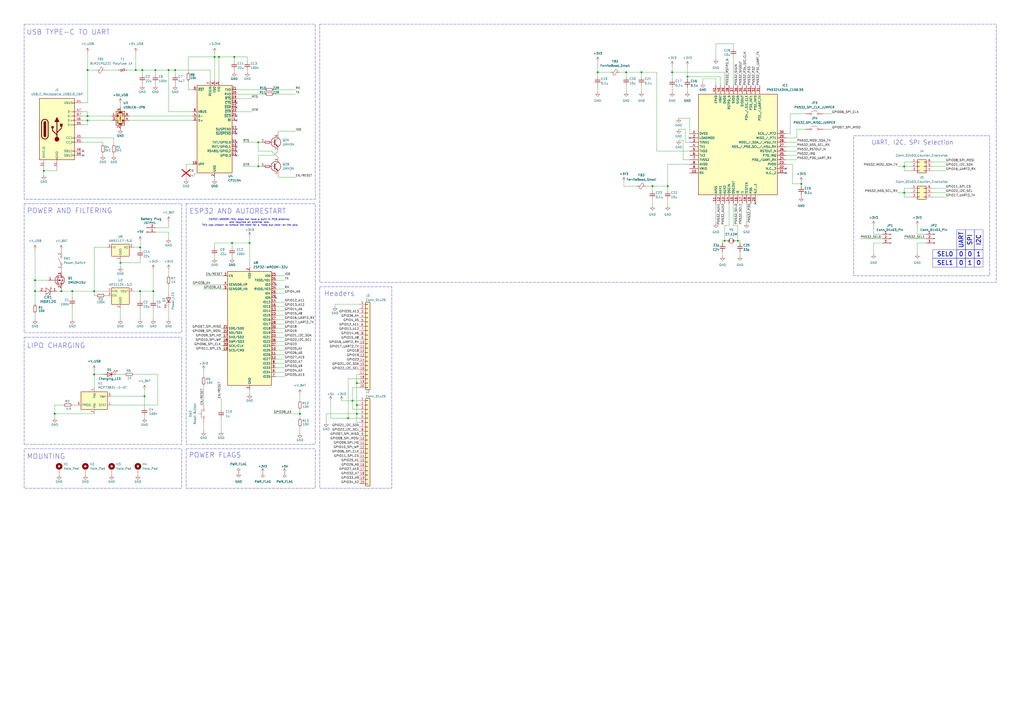
<source format=kicad_sch>
(kicad_sch (version 20231120) (generator "eeschema") (generator_version "8.0")
  (paper "A2")
  (title_block (title "ESP32 Board") (rev "1.0") (comment 1 "https://www.youtube.com/watch?v=b-7bMl6fJio") (comment 2 "https://cdn-learn.adafruit.com/assets/assets/000/041/630/original/feather_schem.png?1494449413") (comment 3 "https://dl.espressif.com/dl/schematics/ESP32-Core-Board-V2_sch.pdf"))
  (junction (at 173.99 240.03))
  (junction (at 207.01 234.95))
  (junction (at 524.51 111.76))
  (junction (at 201.93 242.57))
  (junction (at 207.01 240.03))
  (junction (at 207.01 222.25))
  (junction (at 524.51 96.52))
  (junction (at 378.46 107.95))
  (junction (at 464.82 106.68))
  (junction (at 41.91 168.91))
  (junction (at 97.79 40.64))
  (junction (at 134.62 140.97))
  (junction (at 387.35 107.95))
  (junction (at 54.61 217.17))
  (junction (at 31.75 240.03))
  (junction (at 69.85 152.4))
  (junction (at 363.22 41.91))
  (junction (at 54.61 168.91))
  (junction (at 101.6 40.64))
  (junction (at 25.4 99.06))
  (junction (at 372.11 41.91))
  (junction (at 81.28 168.91))
  (junction (at 50.8 69.85))
  (junction (at 20.32 162.56))
  (junction (at 149.86 96.52))
  (junction (at 50.8 67.31))
  (junction (at 127 33.02))
  (junction (at 144.78 140.97))
  (junction (at 20.32 168.91))
  (junction (at 82.55 40.64))
  (junction (at 81.28 143.51))
  (junction (at 398.78 44.45))
  (junction (at 88.9 168.91))
  (junction (at 420.37 139.7))
  (junction (at 135.89 33.02))
  (junction (at 427.99 139.7))
  (junction (at 149.86 82.55))
  (junction (at 204.47 232.41))
  (junction (at 124.46 33.02))
  (junction (at 50.8 40.64))
  (junction (at 83.82 229.87))
  (junction (at 389.89 41.91))
  (junction (at 78.74 40.64))
  (junction (at 346.71 41.91))
  (junction (at 35.56 168.91))
  (junction (at 90.17 40.64))
  (no_connect (at 137.16 62.23))
  (no_connect (at 137.16 87.63))
  (no_connect (at 137.16 77.47))
  (no_connect (at 455.93 97.79))
  (no_connect (at 160.02 172.72))
  (no_connect (at 48.26 90.17))
  (no_connect (at 48.26 87.63))
  (no_connect (at 137.16 85.09))
  (no_connect (at 137.16 59.69))
  (no_connect (at 137.16 69.85))
  (no_connect (at 137.16 67.31))
  (no_connect (at 455.93 100.33))
  (no_connect (at 137.16 74.93))
  (no_connect (at 400.05 80.01))
  (no_connect (at 137.16 90.17))
  (no_connect (at 137.16 82.55))
  (no_connect (at 438.15 118.11))
  (no_connect (at 160.02 165.1))
  (wire (pts (xy 81.28 139.7) (xy 81.28 143.51)))
  (wire (pts (xy 462.28 74.93) (xy 467.36 74.93)))
  (wire (pts (xy 101.6 48.26) (xy 101.6 49.53)))
  (wire (pts (xy 143.51 40.64) (xy 143.51 41.91)))
  (wire (pts (xy 33.02 168.91) (xy 35.56 168.91)))
  (wire (pts (xy 48.26 80.01) (xy 66.04 80.01)))
  (wire (pts (xy 387.35 107.95) (xy 387.35 110.49)))
  (wire (pts (xy 387.35 115.57) (xy 387.35 119.38)))
  (wire (pts (xy 41.91 168.91) (xy 41.91 172.72)))
  (wire (pts (xy 400.05 82.55) (xy 397.51 82.55)))
  (wire (pts (xy 429.26 146.05) (xy 429.26 148.59)))
  (wire (pts (xy 173.99 237.49) (xy 173.99 240.03)))
  (wire (pts (xy 201.93 242.57) (xy 208.28 242.57)))
  (wire (pts (xy 128.27 231.14) (xy 128.27 237.49)))
  (wire (pts (xy 397.51 82.55) (xy 397.51 74.93)))
  (wire (pts (xy 149.86 90.17) (xy 149.86 96.52)))
  (wire (pts (xy 458.47 66.04) (xy 467.36 66.04)))
  (wire (pts (xy 420.37 49.53) (xy 420.37 41.91)))
  (wire (pts (xy 204.47 224.79) (xy 204.47 232.41)))
  (wire (pts (xy 31.75 234.95) (xy 31.75 240.03)))
  (wire (pts (xy 88.9 168.91) (xy 88.9 173.99)))
  (wire (pts (xy 109.22 52.07) (xy 109.22 46.99)))
  (wire (pts (xy 417.83 44.45) (xy 398.78 44.45)))
  (wire (pts (xy 381 41.91) (xy 372.11 41.91)))
  (wire (pts (xy 66.04 80.01) (xy 66.04 83.82)))
  (wire (pts (xy 511.81 135.89) (xy 506.73 135.89)))
  (wire (pts (xy 124.46 140.97) (xy 124.46 143.51)))
  (wire (pts (xy 393.7 68.58) (xy 400.05 68.58)))
  (wire (pts (xy 459.74 95.25) (xy 459.74 106.68)))
  (wire (pts (xy 20.32 162.56) (xy 20.32 168.91)))
  (wire (pts (xy 54.61 168.91) (xy 62.23 168.91)))
  (wire (pts (xy 191.77 242.57) (xy 201.93 242.57)))
  (wire (pts (xy 415.29 118.11) (xy 415.29 129.54)))
  (wire (pts (xy 90.17 132.08) (xy 97.79 132.08)))
  (wire (pts (xy 20.32 144.78) (xy 20.32 162.56)))
  (wire (pts (xy 422.91 118.11) (xy 422.91 130.81)))
  (wire (pts (xy 54.61 171.45) (xy 54.61 168.91)))
  (wire (pts (xy 464.82 113.03) (xy 464.82 114.3)))
  (wire (pts (xy 160.02 170.18) (xy 165.1 170.18)))
  (wire (pts (xy 54.61 143.51) (xy 62.23 143.51)))
  (wire (pts (xy 48.26 82.55) (xy 59.69 82.55)))
  (wire (pts (xy 161.29 91.44) (xy 157.48 87.63)))
  (wire (pts (xy 118.11 218.44) (xy 118.11 214.63)))
  (wire (pts (xy 25.4 99.06) (xy 25.4 101.6)))
  (wire (pts (xy 361.95 107.95) (xy 361.95 105.41)))
  (wire (pts (xy 207.01 217.17) (xy 207.01 222.25)))
  (wire (pts (xy 160.02 213.36) (xy 165.1 213.36)))
  (wire (pts (xy 77.47 143.51) (xy 81.28 143.51)))
  (wire (pts (xy 67.31 217.17) (xy 72.39 217.17)))
  (wire (pts (xy 346.71 49.53) (xy 346.71 53.34)))
  (wire (pts (xy 41.91 177.8) (xy 41.91 185.42)))
  (wire (pts (xy 477.52 74.93) (xy 482.6 74.93)))
  (wire (pts (xy 90.17 40.64) (xy 90.17 43.18)))
  (wire (pts (xy 173.99 240.03) (xy 173.99 242.57)))
  (wire (pts (xy 160.02 162.56) (xy 165.1 162.56)))
  (wire (pts (xy 359.41 41.91) (xy 363.22 41.91)))
  (wire (pts (xy 160.02 167.64) (xy 165.1 167.64)))
  (wire (pts (xy 458.47 77.47) (xy 455.93 77.47)))
  (wire (pts (xy 198.12 232.41) (xy 204.47 232.41)))
  (wire (pts (xy 88.9 179.07) (xy 88.9 185.42)))
  (wire (pts (xy 532.13 140.97) (xy 532.13 147.32)))
  (wire (pts (xy 389.89 38.1) (xy 389.89 41.91)))
  (wire (pts (xy 520.7 96.52) (xy 524.51 96.52)))
  (wire (pts (xy 137.16 64.77) (xy 146.05 64.77)))
  (wire (pts (xy 118.11 167.64) (xy 129.54 167.64)))
  (wire (pts (xy 149.86 82.55) (xy 149.86 87.63)))
  (wire (pts (xy 49.53 274.32) (xy 49.53 275.59)))
  (wire (pts (xy 119.38 160.02) (xy 129.54 160.02)))
  (wire (pts (xy 378.46 115.57) (xy 378.46 119.38)))
  (wire (pts (xy 524.51 99.06) (xy 524.51 96.52)))
  (wire (pts (xy 20.32 162.56) (xy 27.94 162.56)))
  (wire (pts (xy 528.32 99.06) (xy 524.51 99.06)))
  (wire (pts (xy 393.7 81.28) (xy 396.24 81.28)))
  (wire (pts (xy 160.02 187.96) (xy 165.1 187.96)))
  (wire (pts (xy 160.02 208.28) (xy 165.1 208.28)))
  (wire (pts (xy 90.17 48.26) (xy 90.17 49.53)))
  (wire (pts (xy 425.45 25.4) (xy 425.45 27.94)))
  (wire (pts (xy 462.28 74.93) (xy 462.28 80.01)))
  (wire (pts (xy 111.76 165.1) (xy 129.54 165.1)))
  (wire (pts (xy 506.73 140.97) (xy 506.73 147.32)))
  (wire (pts (xy 158.75 54.61) (xy 171.45 54.61)))
  (wire (pts (xy 189.23 240.03) (xy 207.01 240.03)))
  (wire (pts (xy 149.86 90.17) (xy 158.75 90.17)))
  (wire (pts (xy 548.64 93.98) (xy 541.02 93.98)))
  (wire (pts (xy 60.96 40.64) (xy 68.58 40.64)))
  (wire (pts (xy 83.82 229.87) (xy 83.82 236.22)))
  (wire (pts (xy 524.51 111.76) (xy 528.32 111.76)))
  (wire (pts (xy 363.22 41.91) (xy 363.22 44.45)))
  (wire (pts (xy 50.8 67.31) (xy 64.77 67.31)))
  (wire (pts (xy 346.71 41.91) (xy 346.71 44.45)))
  (wire (pts (xy 173.99 228.6) (xy 173.99 232.41)))
  (wire (pts (xy 50.8 64.77) (xy 50.8 67.31)))
  (wire (pts (xy 389.89 41.91) (xy 389.89 45.72)))
  (wire (pts (xy 462.28 80.01) (xy 455.93 80.01)))
  (wire (pts (xy 41.91 234.95) (xy 44.45 234.95)))
  (wire (pts (xy 354.33 41.91) (xy 346.71 41.91)))
  (wire (pts (xy 548.64 111.76) (xy 541.02 111.76)))
  (wire (pts (xy 54.61 217.17) (xy 59.69 217.17)))
  (wire (pts (xy 81.28 144.78) (xy 81.28 143.51)))
  (wire (pts (xy 144.78 137.16) (xy 144.78 140.97)))
  (wire (pts (xy 137.16 57.15) (xy 146.05 57.15)))
  (wire (pts (xy 422.91 130.81) (xy 420.37 130.81)))
  (wire (pts (xy 54.61 217.17) (xy 54.61 224.79)))
  (wire (pts (xy 74.93 67.31) (xy 111.76 67.31)))
  (wire (pts (xy 208.28 245.11) (xy 207.01 245.11)))
  (wire (pts (xy 77.47 217.17) (xy 91.44 217.17)))
  (wire (pts (xy 425.45 130.81) (xy 427.99 130.81)))
  (wire (pts (xy 74.93 69.85) (xy 111.76 69.85)))
  (wire (pts (xy 97.79 156.21) (xy 97.79 160.02)))
  (wire (pts (xy 400.05 87.63) (xy 381 87.63)))
  (wire (pts (xy 41.91 168.91) (xy 54.61 168.91)))
  (wire (pts (xy 69.85 152.4) (xy 69.85 154.94)))
  (wire (pts (xy 33.02 99.06) (xy 25.4 99.06)))
  (wire (pts (xy 160.02 205.74) (xy 165.1 205.74)))
  (wire (pts (xy 524.51 138.43) (xy 537.21 138.43)))
  (wire (pts (xy 124.46 140.97) (xy 134.62 140.97)))
  (wire (pts (xy 524.51 93.98) (xy 524.51 96.52)))
  (wire (pts (xy 149.86 96.52) (xy 151.13 96.52)))
  (wire (pts (xy 118.11 234.95) (xy 118.11 223.52)))
  (wire (pts (xy 54.61 143.51) (xy 54.61 168.91)))
  (wire (pts (xy 208.28 217.17) (xy 207.01 217.17)))
  (wire (pts (xy 415.29 25.4) (xy 415.29 34.29)))
  (wire (pts (xy 90.17 40.64) (xy 97.79 40.64)))
  (wire (pts (xy 207.01 222.25) (xy 207.01 234.95)))
  (wire (pts (xy 35.56 167.64) (xy 35.56 168.91)))
  (wire (pts (xy 78.74 40.64) (xy 78.74 30.48)))
  (wire (pts (xy 455.93 95.25) (xy 459.74 95.25)))
  (wire (pts (xy 64.77 234.95) (xy 91.44 234.95)))
  (wire (pts (xy 415.29 45.72) (xy 415.29 49.53)))
  (wire (pts (xy 398.78 50.8) (xy 398.78 53.34)))
  (wire (pts (xy 48.26 59.69) (xy 50.8 59.69)))
  (wire (pts (xy 415.29 25.4) (xy 425.45 25.4)))
  (wire (pts (xy 462.28 92.71) (xy 455.93 92.71)))
  (wire (pts (xy 464.82 106.68) (xy 464.82 107.95)))
  (wire (pts (xy 81.28 168.91) (xy 88.9 168.91)))
  (wire (pts (xy 548.64 96.52) (xy 541.02 96.52)))
  (wire (pts (xy 90.17 134.62) (xy 97.79 134.62)))
  (wire (pts (xy 128.27 193.04) (xy 129.54 193.04)))
  (wire (pts (xy 128.27 190.5) (xy 129.54 190.5)))
  (wire (pts (xy 160.02 185.42) (xy 165.1 185.42)))
  (wire (pts (xy 548.64 99.06) (xy 541.02 99.06)))
  (wire (pts (xy 81.28 179.07) (xy 81.28 185.42)))
  (wire (pts (xy 97.79 165.1) (xy 97.79 170.18)))
  (wire (pts (xy 427.99 130.81) (xy 427.99 139.7)))
  (wire (pts (xy 35.56 144.78) (xy 35.56 146.05)))
  (wire (pts (xy 135.89 40.64) (xy 135.89 41.91)))
  (wire (pts (xy 427.99 139.7) (xy 426.72 139.7)))
  (wire (pts (xy 160.02 203.2) (xy 165.1 203.2)))
  (wire (pts (xy 462.28 87.63) (xy 455.93 87.63)))
  (wire (pts (xy 137.16 52.07) (xy 153.67 52.07)))
  (wire (pts (xy 107.95 102.87) (xy 107.95 104.14)))
  (wire (pts (xy 35.56 156.21) (xy 35.56 157.48)))
  (wire (pts (xy 82.55 40.64) (xy 90.17 40.64)))
  (wire (pts (xy 189.23 240.03) (xy 189.23 245.11)))
  (wire (pts (xy 204.47 237.49) (xy 204.47 232.41)))
  (wire (pts (xy 381 87.63) (xy 381 41.91)))
  (wire (pts (xy 528.32 109.22) (xy 524.51 109.22)))
  (wire (pts (xy 459.74 106.68) (xy 464.82 106.68)))
  (wire (pts (xy 429.26 139.7) (xy 427.99 139.7)))
  (wire (pts (xy 127 33.02) (xy 124.46 33.02)))
  (wire (pts (xy 97.79 40.64) (xy 97.79 64.77)))
  (wire (pts (xy 160.02 193.04) (xy 165.1 193.04)))
  (wire (pts (xy 161.29 102.87) (xy 171.45 102.87)))
  (wire (pts (xy 396.24 92.71) (xy 400.05 92.71)))
  (wire (pts (xy 149.86 82.55) (xy 151.13 82.55)))
  (wire (pts (xy 73.66 40.64) (xy 78.74 40.64)))
  (wire (pts (xy 134.62 140.97) (xy 134.62 143.51)))
  (wire (pts (xy 417.83 49.53) (xy 417.83 44.45)))
  (wire (pts (xy 372.11 49.53) (xy 372.11 53.34)))
  (wire (pts (xy 127 33.02) (xy 127 46.99)))
  (wire (pts (xy 137.16 54.61) (xy 153.67 54.61)))
  (wire (pts (xy 160.02 182.88) (xy 165.1 182.88)))
  (wire (pts (xy 48.26 72.39) (xy 50.8 72.39)))
  (wire (pts (xy 363.22 49.53) (xy 363.22 53.34)))
  (wire (pts (xy 50.8 72.39) (xy 50.8 69.85)))
  (wire (pts (xy 425.45 118.11) (xy 425.45 130.81)))
  (wire (pts (xy 80.01 274.32) (xy 80.01 275.59)))
  (wire (pts (xy 81.28 168.91) (xy 81.28 173.99)))
  (wire (pts (xy 511.81 140.97) (xy 506.73 140.97)))
  (wire (pts (xy 433.07 118.11) (xy 433.07 129.54)))
  (wire (pts (xy 128.27 200.66) (xy 129.54 200.66)))
  (wire (pts (xy 419.1 139.7) (xy 419.1 140.97)))
  (wire (pts (xy 124.46 30.48) (xy 124.46 33.02)))
  (wire (pts (xy 140.97 82.55) (xy 149.86 82.55)))
  (wire (pts (xy 50.8 69.85) (xy 64.77 69.85)))
  (wire (pts (xy 524.51 96.52) (xy 528.32 96.52)))
  (wire (pts (xy 64.77 274.32) (xy 64.77 275.59)))
  (wire (pts (xy 107.95 95.25) (xy 111.76 95.25)))
  (wire (pts (xy 506.73 135.89) (xy 506.73 130.81)))
  (wire (pts (xy 124.46 148.59) (xy 124.46 149.86)))
  (wire (pts (xy 425.45 33.02) (xy 425.45 49.53)))
  (wire (pts (xy 208.28 222.25) (xy 207.01 222.25)))
  (wire (pts (xy 207.01 240.03) (xy 208.28 240.03)))
  (wire (pts (xy 97.79 64.77) (xy 111.76 64.77)))
  (wire (pts (xy 528.32 114.3) (xy 524.51 114.3)))
  (wire (pts (xy 20.32 181.61) (xy 20.32 185.42)))
  (wire (pts (xy 128.27 242.57) (xy 128.27 250.19)))
  (wire (pts (xy 69.85 151.13) (xy 69.85 152.4)))
  (wire (pts (xy 134.62 140.97) (xy 144.78 140.97)))
  (wire (pts (xy 107.95 95.25) (xy 107.95 97.79)))
  (wire (pts (xy 160.02 195.58) (xy 165.1 195.58)))
  (wire (pts (xy 97.79 177.8) (xy 97.79 185.42)))
  (wire (pts (xy 20.32 168.91) (xy 22.86 168.91)))
  (wire (pts (xy 50.8 30.48) (xy 50.8 40.64)))
  (wire (pts (xy 499.11 138.43) (xy 511.81 138.43)))
  (wire (pts (xy 59.69 82.55) (xy 59.69 83.82)))
  (wire (pts (xy 124.46 102.87) (xy 124.46 104.14)))
  (wire (pts (xy 54.61 214.63) (xy 54.61 217.17)))
  (wire (pts (xy 208.28 237.49) (xy 204.47 237.49)))
  (wire (pts (xy 31.75 234.95) (xy 36.83 234.95)))
  (wire (pts (xy 127 33.02) (xy 135.89 33.02)))
  (wire (pts (xy 160.02 218.44) (xy 165.1 218.44)))
  (wire (pts (xy 207.01 234.95) (xy 208.28 234.95)))
  (wire (pts (xy 369.57 107.95) (xy 361.95 107.95)))
  (wire (pts (xy 372.11 44.45) (xy 372.11 41.91)))
  (wire (pts (xy 464.82 105.41) (xy 464.82 106.68)))
  (wire (pts (xy 532.13 135.89) (xy 532.13 130.81)))
  (wire (pts (xy 60.96 171.45) (xy 62.23 171.45)))
  (wire (pts (xy 81.28 152.4) (xy 69.85 152.4)))
  (wire (pts (xy 140.97 96.52) (xy 149.86 96.52)))
  (wire (pts (xy 50.8 40.64) (xy 55.88 40.64)))
  (wire (pts (xy 173.99 247.65) (xy 173.99 251.46)))
  (wire (pts (xy 82.55 40.64) (xy 82.55 43.18)))
  (wire (pts (xy 97.79 40.64) (xy 101.6 40.64)))
  (wire (pts (xy 78.74 40.64) (xy 82.55 40.64)))
  (wire (pts (xy 128.27 195.58) (xy 129.54 195.58)))
  (wire (pts (xy 20.32 168.91) (xy 20.32 176.53)))
  (wire (pts (xy 25.4 97.79) (xy 25.4 99.06)))
  (wire (pts (xy 397.51 74.93) (xy 393.7 74.93)))
  (wire (pts (xy 160.02 160.02) (xy 165.1 160.02)))
  (wire (pts (xy 91.44 234.95) (xy 91.44 217.17)))
  (wire (pts (xy 208.28 176.53) (xy 194.31 176.53)))
  (wire (pts (xy 524.51 109.22) (xy 524.51 111.76)))
  (wire (pts (xy 389.89 41.91) (xy 420.37 41.91)))
  (wire (pts (xy 83.82 229.87) (xy 83.82 226.06)))
  (wire (pts (xy 160.02 198.12) (xy 165.1 198.12)))
  (wire (pts (xy 204.47 232.41) (xy 208.28 232.41)))
  (wire (pts (xy 143.51 33.02) (xy 143.51 35.56)))
  (wire (pts (xy 161.29 76.2) (xy 171.45 76.2)))
  (wire (pts (xy 462.28 85.09) (xy 455.93 85.09)))
  (wire (pts (xy 34.29 274.32) (xy 34.29 275.59)))
  (wire (pts (xy 524.51 114.3) (xy 524.51 111.76)))
  (wire (pts (xy 124.46 33.02) (xy 124.46 46.99)))
  (wire (pts (xy 66.04 88.9) (xy 66.04 90.17)))
  (wire (pts (xy 128.27 203.2) (xy 129.54 203.2)))
  (wire (pts (xy 149.86 87.63) (xy 157.48 87.63)))
  (wire (pts (xy 208.28 224.79) (xy 204.47 224.79)))
  (wire (pts (xy 194.31 176.53) (xy 194.31 177.8)))
  (wire (pts (xy 101.6 40.64) (xy 101.6 43.18)))
  (wire (pts (xy 144.78 140.97) (xy 144.78 154.94)))
  (wire (pts (xy 458.47 66.04) (xy 458.47 77.47)))
  (wire (pts (xy 81.28 149.86) (xy 81.28 152.4)))
  (wire (pts (xy 88.9 156.21) (xy 88.9 168.91)))
  (wire (pts (xy 419.1 146.05) (xy 419.1 148.59)))
  (wire (pts (xy 346.71 35.56) (xy 346.71 41.91)))
  (wire (pts (xy 134.62 148.59) (xy 134.62 149.86)))
  (wire (pts (xy 48.26 64.77) (xy 50.8 64.77)))
  (wire (pts (xy 191.77 232.41) (xy 191.77 242.57)))
  (wire (pts (xy 400.05 68.58) (xy 400.05 77.47)))
  (wire (pts (xy 158.75 52.07) (xy 171.45 52.07)))
  (wire (pts (xy 548.64 109.22) (xy 541.02 109.22)))
  (wire (pts (xy 160.02 200.66) (xy 165.1 200.66)))
  (wire (pts (xy 101.6 40.64) (xy 121.92 40.64)))
  (wire (pts (xy 389.89 50.8) (xy 389.89 53.34)))
  (wire (pts (xy 462.28 82.55) (xy 455.93 82.55)))
  (wire (pts (xy 160.02 180.34) (xy 165.1 180.34)))
  (wire (pts (xy 407.67 48.26) (xy 407.67 45.72)))
  (wire (pts (xy 429.26 139.7) (xy 429.26 140.97)))
  (wire (pts (xy 33.02 97.79) (xy 33.02 99.06)))
  (wire (pts (xy 374.65 107.95) (xy 378.46 107.95)))
  (wire (pts (xy 59.69 88.9) (xy 59.69 90.17)))
  (wire (pts (xy 128.27 198.12) (xy 129.54 198.12)))
  (wire (pts (xy 372.11 41.91) (xy 363.22 41.91)))
  (wire (pts (xy 396.24 81.28) (xy 396.24 92.71)))
  (wire (pts (xy 31.75 240.03) (xy 54.61 240.03)))
  (wire (pts (xy 144.78 226.06) (xy 144.78 228.6)))
  (wire (pts (xy 537.21 135.89) (xy 532.13 135.89)))
  (wire (pts (xy 387.35 95.25) (xy 387.35 107.95)))
  (wire (pts (xy 82.55 48.26) (xy 82.55 49.53)))
  (wire (pts (xy 207.01 234.95) (xy 207.01 240.03)))
  (wire (pts (xy 48.26 69.85) (xy 50.8 69.85)))
  (wire (pts (xy 407.67 45.72) (xy 415.29 45.72)))
  (wire (pts (xy 135.89 33.02) (xy 143.51 33.02)))
  (wire (pts (xy 31.75 240.03) (xy 31.75 242.57)))
  (wire (pts (xy 64.77 229.87) (xy 83.82 229.87)))
  (wire (pts (xy 462.28 90.17) (xy 455.93 90.17)))
  (wire (pts (xy 50.8 59.69) (xy 50.8 40.64)))
  (wire (pts (xy 69.85 179.07) (xy 69.85 185.42)))
  (wire (pts (xy 161.29 87.63) (xy 158.75 90.17)))
  (wire (pts (xy 537.21 140.97) (xy 532.13 140.97)))
  (wire (pts (xy 160.02 175.26) (xy 165.1 175.26)))
  (wire (pts (xy 160.02 190.5) (xy 165.1 190.5)))
  (wire (pts (xy 207.01 245.11) (xy 207.01 240.03)))
  (wire (pts (xy 548.64 114.3) (xy 541.02 114.3)))
  (wire (pts (xy 419.1 139.7) (xy 420.37 139.7)))
  (wire (pts (xy 420.37 139.7) (xy 421.64 139.7)))
  (wire (pts (xy 378.46 107.95) (xy 378.46 110.49)))
  (wire (pts (xy 420.37 130.81) (xy 420.37 139.7)))
  (wire (pts (xy 35.56 168.91) (xy 41.91 168.91)))
  (wire (pts (xy 97.79 134.62) (xy 97.79 138.43)))
  (wire (pts (xy 398.78 44.45) (xy 398.78 45.72)))
  (wire (pts (xy 69.85 59.69) (xy 69.85 62.23)))
  (wire (pts (xy 121.92 40.64) (xy 121.92 46.99)))
  (wire (pts (xy 482.6 66.04) (xy 477.52 66.04)))
  (wire (pts (xy 160.02 215.9) (xy 165.1 215.9)))
  (wire (pts (xy 400.05 95.25) (xy 387.35 95.25)))
  (wire (pts (xy 135.89 33.02) (xy 135.89 35.56)))
  (wire (pts (xy 109.22 33.02) (xy 124.46 33.02)))
  (wire (pts (xy 528.32 93.98) (xy 524.51 93.98)))
  (wire (pts (xy 109.22 41.91) (xy 109.22 33.02)))
  (wire (pts (xy 161.29 76.2) (xy 161.29 77.47)))
  (wire (pts (xy 83.82 241.3) (xy 83.82 242.57)))
  (wire (pts (xy 111.76 52.07) (xy 109.22 52.07)))
  (wire (pts (xy 55.88 171.45) (xy 54.61 171.45)))
  (wire (pts (xy 160.02 210.82) (xy 165.1 210.82)))
  (wire (pts (xy 118.11 245.11) (xy 118.11 250.19)))
  (wire (pts (xy 50.8 67.31) (xy 48.26 67.31)))
  (wire (pts (xy 201.93 219.71) (xy 208.28 219.71)))
  (wire (pts (xy 158.75 240.03) (xy 173.99 240.03)))
  (wire (pts (xy 398.78 38.1) (xy 398.78 44.45)))
  (wire (pts (xy 520.7 111.76) (xy 524.51 111.76)))
  (wire (pts (xy 201.93 219.71) (xy 201.93 242.57)))
  (wire (pts (xy 161.29 101.6) (xy 161.29 102.87)))
  (wire (pts (xy 160.02 177.8) (xy 165.1 177.8)))
  (wire (pts (xy 97.79 132.08) (xy 97.79 128.27)))
  (wire (pts (xy 378.46 107.95) (xy 387.35 107.95)))
  (wire (pts (xy 77.47 168.91) (xy 81.28 168.91)))
  (rectangle (start 185.42 166.37) (end 227.33 283.21) (stroke (width 0) (type dash)))
  (rectangle (start 495.3 78.74) (end 574.04 160.02) (stroke (width 0) (type dash)))
  (rectangle (start 185.42 13.97) (end 577.85 163.83) (stroke (width 0) (type dash)))
  (rectangle (start 107.95 260.35) (end 182.88 283.21) (stroke (width 0) (type dash)))
  (rectangle (start 13.97 195.58) (end 105.41 257.81) (stroke (width 0) (type dash)))
  (rectangle (start 13.97 260.35) (end 105.41 283.21) (stroke (width 0) (type dash)))
  (rectangle (start 107.95 118.11) (end 182.88 257.81) (stroke (width 0) (type dash)))
  (rectangle (start 13.97 13.97) (end 182.88 115.57) (stroke (width 0) (type dash)))
  (rectangle (start 13.97 118.11) (end 105.41 193.04) (stroke (width 0) (type dash)))
  (text_box "SPI" (at 560.07 133.35 90) (size 5.08 11.43) (effects (font (size 2.54 2.54) (thickness 0.381) (bold yes))))
  (text_box "1" (at 560.07 149.86 0) (size 5.08 5.08) (effects (font (size 2.54 2.54) (thickness 0.381) (bold yes))))
  (text_box "0" (at 554.99 144.78 0) (size 5.08 5.08) (effects (font (size 2.54 2.54) (thickness 0.381) (bold yes))))
  (text_box "0" (at 554.99 149.86 0) (size 5.08 5.08) (effects (font (size 2.54 2.54) (thickness 0.381) (bold yes))))
  (text_box "I2C" (at 565.15 133.35 90) (size 5.08 11.43) (effects (font (size 2.54 2.54) (thickness 0.381) (bold yes))))
  (text_box "0" (at 565.15 149.86 0) (size 5.08 5.08) (effects (font (size 2.54 2.54) (thickness 0.381) (bold yes))))
  (text_box "SEL0" (at 541.02 144.78 0) (size 13.97 5.08) (effects (font (size 2.54 2.54) (thickness 0.381) (bold yes)) (justify right)))
  (text_box "UART" (at 554.99 133.35 90) (size 5.08 11.43) (effects (font (size 2.54 2.54) (thickness 0.381) (bold yes))))
  (text_box "SEL1" (at 541.02 149.86 0) (size 13.97 5.08) (effects (font (size 2.54 2.54) (thickness 0.381) (bold yes)) (justify right)))
  (text_box "0" (at 560.07 144.78 0) (size 5.08 5.08) (effects (font (size 2.54 2.54) (thickness 0.381) (bold yes))))
  (text_box "1" (at 565.15 144.78 0) (size 5.08 5.08) (effects (font (size 2.54 2.54) (thickness 0.381) (bold yes))))
  (text "LIPO CHARGING" (at 32.512 200.66 0) (effects (font (size 2.921 2.921))))
  (text "Headers" (at 196.85 170.434 0) (effects (font (size 2.921 2.921))))
  (text "ESP32-WROOM-32U does not have a built in PCB antenna, \nand requires an external one. \nThis was chosen to remove the need for a 'keep out zone' on the pcb." (at 145.034 129.032 0) (effects (font (size 1.016 1.016))))
  (text "USB TYPE-C TO UART" (at 39.624 18.796 0) (effects (font (size 2.921 2.921))))
  (text "ESP32 AND AUTORESTART" (at 137.922 122.682 0) (effects (font (size 2.921 2.921))))
  (text "UART, I2C, SPI Selection" (at 529.336 82.804 0) (effects (font (size 2.54 2.54))))
  (text "POWER FLAGS" (at 124.714 264.16 0) (effects (font (size 2.921 2.921))))
  (text "MOUNTING" (at 26.67 264.922 0) (effects (font (size 2.921 2.921))))
  (text "POWER AND FILTERING" (at 40.386 122.428 0) (effects (font (size 2.921 2.921))))
  (label "GPIO07_SPI_MISO" (at 482.6 74.93 0))
  (label "GPIO11_SPI_CS" (at 208.28 265.43 180))
  (label "GPIO27_A10" (at 165.1 208.28 0))
  (label "GPIO25_A1" (at 208.28 267.97 180))
  (label "GPIO06_SPI_CLK" (at 482.6 66.04 0))
  (label "DTR" (at 146.05 64.77 0))
  (label "GPIO09_SPI_HD" (at 208.28 257.81 180))
  (label "RTS" (at 140.97 82.55 0))
  (label "GPIO32_A7" (at 208.28 275.59 180))
  (label "GPIO36_A4" (at 111.76 165.1 0))
  (label "GPIO34_A2" (at 165.1 215.9 0))
  (label "GPIO19" (at 165.1 193.04 0))
  (label "GPIO26_A0" (at 165.1 205.74 0))
  (label "PN532_P32" (at 438.15 49.53 90))
  (label "GPIO18" (at 165.1 190.5 0))
  (label "EN{slash}RESET" (at 119.38 160.02 0))
  (label "GPIO4_A5" (at 165.1 170.18 0))
  (label "GPIO11_SPI_CS" (at 548.64 109.22 0))
  (label "GPIO09_SPI_HD" (at 128.27 195.58 180))
  (label "EN{slash}RESET" (at 128.27 231.14 90))
  (label "GPIO14_A6" (at 165.1 180.34 0))
  (label "GPIO10_SPI_WP" (at 128.27 198.12 180))
  (label "PN532_SEL1" (at 430.53 118.11 270))
  (label "PN532_P30_UART_RX" (at 462.28 92.71 0))
  (label "GPIO16_UART2_RX" (at 548.64 99.06 0))
  (label "PN532_P31_UART_TX" (at 440.69 49.53 90))
  (label "GPIO08_SPI_MOSI" (at 208.28 255.27 180))
  (label "RTS" (at 146.05 57.15 0))
  (label "GPIO4_A5" (at 208.28 186.69 180))
  (label "GPIO39_A3" (at 118.11 167.64 0))
  (label "PN532_SEL0" (at 427.99 118.11 270))
  (label "GPIO11_SPI_CS" (at 128.27 203.2 180))
  (label "GPIO13_A12" (at 165.1 177.8 0))
  (label "GPIO22_I2C_SCL" (at 208.28 250.19 180))
  (label "GPIO21_I2C_SDA" (at 165.1 195.58 0))
  (label "PN532_SEL0" (at 499.11 138.43 0))
  (label "GPIO07_SPI_MISO" (at 208.28 252.73 180))
  (label "GPIO18" (at 208.28 204.47 180))
  (label "GPIO08_SPI_MOSI" (at 128.27 193.04 180))
  (label "GPIO17_UART2_TX" (at 165.1 187.96 0))
  (label "RX" (at 171.45 52.07 0))
  (label "GPIO14_A6" (at 208.28 194.31 180))
  (label "PN532_NSS_SCL_RX" (at 520.7 111.76 180))
  (label "GPIO34_A2" (at 208.28 280.67 180))
  (label "GPIO15_A8" (at 208.28 196.85 180))
  (label "GPIO16_UART2_RX" (at 208.28 199.39 180))
  (label "GPIO21_I2C_SDA" (at 208.28 247.65 180))
  (label "PN532_RSTPD_N" (at 422.91 49.53 90))
  (label "DTR" (at 140.97 96.52 0))
  (label "GPIO17_UART2_TX" (at 548.64 114.3 0))
  (label "GPIO16_UART2_RX" (at 165.1 185.42 0))
  (label "GPIO12_A11" (at 208.28 189.23 180))
  (label "GPIO06_SPI_CLK" (at 128.27 200.66 180))
  (label "GPIO27_A10" (at 208.28 273.05 180))
  (label "GPIO21_I2C_SDA" (at 548.64 96.52 0))
  (label "PN532_MOSI_SDA_TX" (at 462.28 82.55 0))
  (label "GPIO10_SPI_WP" (at 208.28 260.35 180))
  (label "IO0" (at 171.45 76.2 0))
  (label "GPIO07_SPI_MISO" (at 128.27 190.5 180))
  (label "GPIO22_I2C_SCL" (at 548.64 111.76 0))
  (label "RX" (at 165.1 167.64 0))
  (label "PN532_SIGIN" (at 427.99 49.53 90))
  (label "EN{slash}RESET" (at 118.11 234.95 90))
  (label "PN532_P34_SIC_CLK" (at 433.07 49.53 90))
  (label "GPIO22_I2C_SCL" (at 165.1 198.12 0))
  (label "GPIO25_A1" (at 165.1 203.2 0))
  (label "GPIO35_A13" (at 208.28 181.61 180))
  (label "TX" (at 165.1 162.56 0))
  (label "GPIO39_A3" (at 158.75 240.03 0))
  (label "PN532_SIGOUT" (at 430.53 49.53 90))
  (label "PN532_MOSI_SDA_TX" (at 520.7 96.52 180))
  (label "GPIO13_A12" (at 208.28 191.77 180))
  (label "GPIO17_UART2_TX" (at 208.28 201.93 180))
  (label "PN532_IRQ" (at 462.28 90.17 0))
  (label "GPIO06_SPI_CLK" (at 208.28 262.89 180))
  (label "GPIO12_A11" (at 165.1 175.26 0))
  (label "GPIO21_I2C_SDA" (at 208.28 212.09 180))
  (label "PN532_P33" (at 435.61 49.53 90))
  (label "GPIO36_A4" (at 208.28 184.15 180))
  (label "PN532_AUX1" (at 417.83 118.11 270))
  (label "PN532_RSTOUT_N" (at 462.28 87.63 0))
  (label "GPIO26_A0" (at 208.28 270.51 180))
  (label "PN532_P35" (at 435.61 118.11 270))
  (label "IO0" (at 165.1 160.02 0))
  (label "GPIO33_A9" (at 165.1 213.36 0))
  (label "GPIO33_A9" (at 208.28 278.13 180))
  (label "GPIO23" (at 165.1 200.66 0))
  (label "GPIO19" (at 208.28 207.01 180))
  (label "TX" (at 171.45 54.61 0))
  (label "GPIO32_A7" (at 165.1 210.82 0))
  (label "GPIO15_A8" (at 165.1 182.88 0))
  (label "PN532_NSS_SCL_RX" (at 462.28 85.09 0))
  (label "PN532_AUX2" (at 420.37 118.11 270))
  (label "GPIO35_A13" (at 165.1 218.44 0))
  (label "PN532_SEL1" (at 524.51 138.43 0))
  (label "GPIO08_SPI_MOSI" (at 548.64 93.98 0))
  (label "GPIO23" (at 208.28 209.55 180))
  (label "GPIO22_I2C_SCL" (at 208.28 214.63 180))
  (label "EN{slash}RESET" (at 171.45 102.87 0))
  (symbol (lib_id "Device:R_Small") (at 66.04 86.36 0) (unit 1)
    (property "Reference" "R5" (at 67.056 85.344 0) (effects (justify left)))
    (property "Value" "5k1" (at 67.056 87.122 0) (effects (justify left)))
    (property "Footprint" "Resistor_THT:R_Axial_DIN0207_L6.3mm_D2.5mm_P10.16mm_Horizontal" (effects (hide yes)))
    (property "Description" "Resistor, small symbol" (effects (hide yes)))
  )
  (symbol (lib_id "Device:FerriteBead_Small") (at 356.87 41.91 90) (unit 1)
    (property "Reference" "FB2" (at 356.8319 35.56 90))
    (property "Value" "FerriteBead_Small" (at 356.8319 38.1 90))
    (property "Description" "Ferrite bead, small symbol" (effects (hide yes)))
  )
  (symbol (lib_id "power:GND") (at 69.85 154.94 0) (unit 1)
    (property "Reference" "#PWR062" (effects (hide yes)))
    (property "Value" "GND" (at 69.85 158.75 0))
    (property "Description" "Power symbol creates a global label with name \"GND\" , ground" (effects (hide yes)))
  )
  (symbol (lib_id "Device:R_Small") (at 97.79 162.56 0) (unit 1)
    (property "Reference" "R7" (at 99.06 161.544 0) (effects (justify left)))
    (property "Value" "1K" (at 99.314 163.576 0) (effects (justify left)))
    (property "Footprint" "Resistor_THT:R_Axial_DIN0207_L6.3mm_D2.5mm_P10.16mm_Horizontal" (effects (hide yes)))
    (property "Description" "Resistor, small symbol" (effects (hide yes)))
  )
  (symbol (lib_id "Regulator_Linear:AP2112K-3.3") (at 69.85 171.45 0) (unit 1)
    (property "Reference" "U2" (at 69.85 162.56 0))
    (property "Value" "AP2112K-3.3" (at 69.85 165.1 0))
    (property "Footprint" "Package_TO_SOT_SMD:SOT-23-5" (effects (hide yes)))
    (property "Datasheet" "https://www.diodes.com/assets/Datasheets/AP2112.pdf" (effects (hide yes)))
    (property "Description" "600mA low dropout linear regulator, with enable pin, 3.8V-6V input voltage range, 3.3V fixed positive output, SOT-23-5" (effects (hide yes)))
  )
  (symbol (lib_id "power:GND") (at 144.78 228.6 0) (unit 1)
    (property "Reference" "#PWR042" (effects (hide yes)))
    (property "Value" "GND" (at 144.78 232.41 0))
  )
  (symbol (lib_id "power:+3.3V") (at 346.71 35.56 0) (unit 1)
    (property "Reference" "#PWR063" (effects (hide yes)))
    (property "Value" "+3V3" (at 346.71 30.988 0))
  )
  (symbol (lib_id "Device:C_Small") (at 398.78 48.26 0) (unit 1)
    (property "Reference" "C16" (at 400.558 46.99 0) (effects (justify left)))
    (property "Value" "0.1u" (at 400.558 49.53 0) (effects (justify left)))
    (property "Description" "Unpolarized capacitor, small symbol" (effects (hide yes)))
  )
  (symbol (lib_id "power:GND") (at 135.89 41.91 0) (unit 1)
    (property "Reference" "#PWR038" (effects (hide yes)))
    (property "Value" "GND" (at 135.89 45.72 0))
    (property "Description" "Power symbol creates a global label with name \"GND\" , ground" (effects (hide yes)))
  )
  (symbol (lib_id "power:GND") (at 31.75 242.57 0) (unit 1)
    (property "Reference" "#PWR03" (effects (hide yes)))
    (property "Value" "GND" (at 31.75 246.38 0))
  )
  (symbol (lib_id "Switch:SW_Push") (at 118.11 240.03 90) (unit 1)
    (property "Reference" "SW2" (at 110.49 240.03 0))
    (property "Value" "Reset Button" (at 113.03 240.03 0))
    (property "Footprint" "Button_Switch_THT:SW_PUSH-12mm" (effects (hide yes)))
    (property "Description" "Push button switch, generic, two pins" (effects (hide yes)))
  )
  (symbol (lib_id "power:PWR_FLAG") (at 165.1 274.32 180) (unit 1)
    (property "Reference" "#FLG03" (effects (hide yes)))
    (property "Value" "PWR_FLAG" (at 165.1 279.4 0))
  )
  (symbol (lib_id "power:+BATT") (at 173.99 228.6 0) (unit 1)
    (property "Reference" "#PWR043" (effects (hide yes)))
    (property "Value" "+V_BAT" (at 173.99 223.52 0))
    (property "Description" "Power symbol creates a global label with name \"+BATT\"" (effects (hide yes)))
  )
  (symbol (lib_id "power:GND") (at 532.13 147.32 0) (unit 1)
    (property "Reference" "#PWR079" (effects (hide yes)))
    (property "Value" "GND" (at 532.13 152.4 0))
    (property "Description" "Power symbol creates a global label with name \"GND\" , ground" (effects (hide yes)))
  )
  (symbol (lib_id "Device:R_Small") (at 109.22 44.45 0) (unit 1)
    (property "Reference" "R8" (at 110.236 43.434 0) (effects (justify left)))
    (property "Value" "10k" (at 110.236 45.212 0) (effects (justify left)))
    (property "Footprint" "Resistor_THT:R_Axial_DIN0207_L6.3mm_D2.5mm_P10.16mm_Horizontal" (effects (hide yes)))
    (property "Description" "Resistor, small symbol" (effects (hide yes)))
  )
  (symbol (lib_id "Device:C_Small") (at 81.28 176.53 0) (unit 1)
    (property "Reference" "C2" (at 83.058 175.26 0) (effects (justify left)))
    (property "Value" "10u" (at 83.058 177.8 0) (effects (justify left)))
    (property "Description" "Unpolarized capacitor, small symbol" (effects (hide yes)))
  )
  (symbol (lib_id "Connector_Generic:Conn_02x03_Counter_Clockwise") (at 533.4 111.76 0) (unit 1)
    (property "Reference" "J5" (at 534.67 102.87 0))
    (property "Value" "Conn_02x03_Counter_Clockwise" (at 534.67 105.41 0))
    (property "Description" "Generic connector, double row, 02x03, counter clockwise pin numbering scheme (similar to DIP package numbering), script generated (kicad-library-utils/schlib/autogen/connector/)" (effects (hide yes)))
  )
  (symbol (lib_id "power:GND") (at 393.7 74.93 0) (unit 1)
    (property "Reference" "#PWR071" (effects (hide yes)))
    (property "Value" "GND" (at 393.7 78.994 0))
    (property "Description" "Power symbol creates a global label with name \"GND\" , ground" (effects (hide yes)))
  )
  (symbol (lib_id "power:GND") (at 34.29 275.59 0) (unit 1)
    (property "Reference" "#PWR05" (effects (hide yes)))
    (property "Value" "GND" (at 34.29 279.4 0))
    (property "Description" "Power symbol creates a global label with name \"GND\" , ground" (effects (hide yes)))
  )
  (symbol (lib_id "Device:C_Small") (at 107.95 100.33 0) (unit 1) (in_bom no) (on_board no) (dnp yes)
    (property "Reference" "C8" (at 109.728 99.06 0) (effects (justify left)))
    (property "Value" "4u7" (at 109.728 101.6 0) (effects (justify left)))
    (property "Footprint" "Capacitor_SMD:C_0805_2012Metric_Pad1.18x1.45mm_HandSolder" (effects (hide yes)))
    (property "Description" "Unpolarized capacitor, small symbol" (effects (hide yes)))
  )
  (symbol (lib_id "power:GND") (at 393.7 68.58 0) (unit 1)
    (property "Reference" "#PWR070" (effects (hide yes)))
    (property "Value" "GND" (at 393.7 72.644 0))
    (property "Description" "Power symbol creates a global label with name \"GND\" , ground" (effects (hide yes)))
  )
  (symbol (lib_id "Connector:Conn_01x02_Pin") (at 85.09 134.62 0) (mirror x) (unit 1)
    (property "Reference" "JSTPH1" (at 86.868 129.286 0))
    (property "Value" "Battery Plug" (at 87.63 127 0))
    (property "Footprint" "Connector_JST:JST_PH_S2B-PH-K_1x02_P2.00mm_Horizontal" (effects (hide yes)))
    (property "Description" "Generic connector, single row, 01x02, script generated" (effects (hide yes)))
  )
  (symbol (lib_id "power:GND") (at 429.26 148.59 0) (unit 1)
    (property "Reference" "#PWR074" (effects (hide yes)))
    (property "Value" "GND" (at 429.26 153.67 0))
    (property "Description" "Power symbol creates a global label with name \"GND\" , ground" (effects (hide yes)))
  )
  (symbol (lib_id "Jumper:Jumper_2_Open") (at 472.44 66.04 0) (unit 1) (exclude_from_sim yes)
    (property "Reference" "JP3" (at 472.44 59.69 0))
    (property "Value" "PN532_SPI_CLK_JUMPER" (at 472.44 62.23 0))
    (property "Footprint" "TestPoint:TestPoint_2Pads_Pitch5.08mm_Drill1.3mm" (effects (hide yes)))
    (property "Description" "Jumper, 2-pole, open" (effects (hide yes)))
  )
  (symbol (lib_id "power:+5VP") (at 54.61 214.63 0) (unit 1)
    (property "Reference" "#PWR09" (effects (hide yes)))
    (property "Value" "+V_USB" (at 54.61 209.55 0))
    (property "Description" "Power symbol creates a global label with name \"+5VP\"" (effects (hide yes)))
  )
  (symbol (lib_id "power:GND") (at 66.04 90.17 0) (unit 1)
    (property "Reference" "#PWR013" (effects (hide yes)))
    (property "Value" "GND" (at 66.04 93.98 0))
    (property "Description" "Power symbol creates a global label with name \"GND\" , ground" (effects (hide yes)))
  )
  (symbol (lib_id "Device:R_Small") (at 74.93 217.17 270) (unit 1)
    (property "Reference" "R6" (at 73.279 215.011 90) (effects (justify left)))
    (property "Value" "1K" (at 73.787 219.329 90) (effects (justify left)))
    (property "Footprint" "Resistor_THT:R_Axial_DIN0207_L6.3mm_D2.5mm_P10.16mm_Horizontal" (effects (hide yes)))
    (property "Description" "Resistor, small symbol" (effects (hide yes)))
  )
  (symbol (lib_id "Transistor_BJT:UMH3N") (at 156.21 96.52 0) (unit 2)
    (property "Reference" "Q2" (at 163.83 95.2499 0) (effects (justify left)))
    (property "Value" "UMH3N" (at 163.83 97.7899 0) (effects (justify left)))
    (property "Footprint" "Package_TO_SOT_SMD:SOT-363_SC-70-6" (effects (hide yes)))
    (property "Datasheet" "http://rohmfs.rohm.com/en/products/databook/datasheet/discrete/transistor/digital/emh3t2r-e.pdf" (effects (hide yes)))
    (property "Description" "0.1A Ic, 50V Vce, Dual NPN Input Resistor Transistors, SOT-363" (effects (hide yes)))
  )
  (symbol (lib_id "Mechanical:MountingHole_Pad") (at 49.53 271.78 0) (unit 1)
    (property "Reference" "H2" (at 52.07 269.2399 0) (effects (justify left)))
    (property "Value" "Hole_Pad" (at 52.07 271.7799 0) (effects (justify left)))
    (property "Footprint" "MountingHole:MountingHole_2.2mm_M2_Pad_Via" (effects (hide yes)))
    (property "Description" "Mounting Hole with connection" (effects (hide yes)))
  )
  (symbol (lib_id "power:GND") (at 173.99 251.46 0) (unit 1)
    (property "Reference" "#PWR044" (effects (hide yes)))
    (property "Value" "GND" (at 173.99 255.27 0))
  )
  (symbol (lib_id "power:GND") (at 372.11 53.34 0) (unit 1)
    (property "Reference" "#PWR066" (effects (hide yes)))
    (property "Value" "GND" (at 372.11 58.42 0))
    (property "Description" "Power symbol creates a global label with name \"GND\" , ground" (effects (hide yes)))
  )
  (symbol (lib_id "power:+BATT") (at 83.82 226.06 0) (unit 1)
    (property "Reference" "#PWR021" (effects (hide yes)))
    (property "Value" "+V_BAT" (at 83.82 220.98 0))
    (property "Description" "Power symbol creates a global label with name \"+BATT\"" (effects (hide yes)))
  )
  (symbol (lib_id "Device:C_Small") (at 128.27 240.03 0) (unit 1)
    (property "Reference" "C10" (at 130.81 238.7662 0) (effects (justify left)))
    (property "Value" "1u" (at 130.81 241.3062 0) (effects (justify left)))
  )
  (symbol (lib_id "Mechanical:MountingHole_Pad") (at 34.29 271.78 0) (unit 1)
    (property "Reference" "H1" (at 36.83 269.2399 0) (effects (justify left)))
    (property "Value" "Hole_Pad" (at 36.83 271.7799 0) (effects (justify left)))
    (property "Footprint" "MountingHole:MountingHole_2.2mm_M2_Pad_Via" (effects (hide yes)))
    (property "Description" "Mounting Hole with connection" (effects (hide yes)))
  )
  (symbol (lib_id "Device:C_Small") (at 41.91 175.26 0) (mirror y) (unit 1)
    (property "Reference" "C1" (at 40.132 173.99 0) (effects (justify left)))
    (property "Value" "100n" (at 40.132 176.53 0) (effects (justify left)))
    (property "Description" "Unpolarized capacitor, small symbol" (effects (hide yes)))
  )
  (symbol (lib_id "power:GND") (at 415.29 34.29 0) (unit 1)
    (property "Reference" "#PWR053" (effects (hide yes)))
    (property "Value" "GND" (at 415.29 39.37 0))
    (property "Description" "Power symbol creates a global label with name \"GND\" , ground" (effects (hide yes)))
  )
  (symbol (lib_id "power:GND") (at 82.55 49.53 0) (unit 1)
    (property "Reference" "#PWR020" (effects (hide yes)))
    (property "Value" "GND" (at 82.55 53.34 0))
    (property "Description" "Power symbol creates a global label with name \"GND\" , ground" (effects (hide yes)))
  )
  (symbol (lib_id "power:GND") (at 97.79 185.42 0) (unit 1)
    (property "Reference" "#PWR027" (effects (hide yes)))
    (property "Value" "GND" (at 97.79 189.23 0))
    (property "Description" "Power symbol creates a global label with name \"GND\" , ground" (effects (hide yes)))
  )
  (symbol (lib_id "power:GND") (at 107.95 104.14 0) (unit 1)
    (property "Reference" "#PWR031" (effects (hide yes)))
    (property "Value" "GND" (at 107.95 107.95 0))
    (property "Description" "Power symbol creates a global label with name \"GND\" , ground" (effects (hide yes)))
  )
  (symbol (lib_id "Connector_Generic:Conn_02x03_Counter_Clockwise") (at 533.4 96.52 0) (unit 1)
    (property "Reference" "J4" (at 534.67 87.63 0))
    (property "Value" "Conn_02x03_Counter_Clockwise" (at 534.67 90.17 0))
    (property "Description" "Generic connector, double row, 02x03, counter clockwise pin numbering scheme (similar to DIP package numbering), script generated (kicad-library-utils/schlib/autogen/connector/)" (effects (hide yes)))
  )
  (symbol (lib_id "Device:C_Small") (at 134.62 146.05 0) (unit 1)
    (property "Reference" "C12" (at 137.16 144.7863 0) (effects (justify left)))
    (property "Value" "100n" (at 137.16 147.3263 0) (effects (justify left)))
  )
  (symbol (lib_id "power:GND") (at 41.91 185.42 0) (unit 1)
    (property "Reference" "#PWR07" (effects (hide yes)))
    (property "Value" "GND" (at 41.91 189.23 0))
    (property "Description" "Power symbol creates a global label with name \"GND\" , ground" (effects (hide yes)))
  )
  (symbol (lib_id "power:PWR_FLAG") (at 138.43 274.32 0) (unit 1)
    (property "Reference" "#FLG01" (effects (hide yes)))
    (property "Value" "PWR_FLAG" (at 133.35 269.24 0) (effects (justify left)))
  )
  (symbol (lib_id "power:GND") (at 415.29 129.54 0) (unit 1)
    (property "Reference" "#PWR075" (effects (hide yes)))
    (property "Value" "GND" (at 415.29 134.62 0))
    (property "Description" "Power symbol creates a global label with name \"GND\" , ground" (effects (hide yes)))
  )
  (symbol (lib_id "power:GND") (at 80.01 275.59 0) (unit 1)
    (property "Reference" "#PWR015" (effects (hide yes)))
    (property "Value" "GND" (at 80.01 279.4 0))
    (property "Description" "Power symbol creates a global label with name \"GND\" , ground" (effects (hide yes)))
  )
  (symbol (lib_id "power:PWR_FLAG") (at 152.4 274.32 180) (unit 1)
    (property "Reference" "#FLG02" (effects (hide yes)))
    (property "Value" "PWR_FLAG" (at 152.4 279.4 0))
  )
  (symbol (lib_id "Transistor_BJT:UMH3N") (at 156.21 82.55 0) (unit 1)
    (property "Reference" "Q2" (at 163.83 81.2799 0) (effects (justify left)))
    (property "Value" "UMH3N" (at 163.83 83.8199 0) (effects (justify left)))
    (property "Footprint" "Package_TO_SOT_SMD:SOT-363_SC-70-6" (effects (hide yes)))
    (property "Datasheet" "http://rohmfs.rohm.com/en/products/databook/datasheet/discrete/transistor/digital/emh3t2r-e.pdf" (effects (hide yes)))
    (property "Description" "0.1A Ic, 50V Vce, Dual NPN Input Resistor Transistors, SOT-363" (effects (hide yes)))
  )
  (symbol (lib_id "power:GND") (at 101.6 49.53 0) (unit 1)
    (property "Reference" "#PWR028" (effects (hide yes)))
    (property "Value" "GND" (at 101.6 53.34 0))
    (property "Description" "Power symbol creates a global label with name \"GND\" , ground" (effects (hide yes)))
  )
  (symbol (lib_id "Device:C_Small") (at 387.35 113.03 0) (unit 1)
    (property "Reference" "C22" (at 389.128 111.76 0) (effects (justify left)))
    (property "Value" "10u" (at 389.128 114.3 0) (effects (justify left)))
    (property "Description" "Unpolarized capacitor, small symbol" (effects (hide yes)))
  )
  (symbol (lib_id "power:GND") (at 346.71 53.34 0) (unit 1)
    (property "Reference" "#PWR064" (effects (hide yes)))
    (property "Value" "GND" (at 346.71 58.42 0))
    (property "Description" "Power symbol creates a global label with name \"GND\" , ground" (effects (hide yes)))
  )
  (symbol (lib_id "power:+5V") (at 69.85 59.69 0) (unit 1)
    (property "Reference" "#PWR016" (effects (hide yes)))
    (property "Value" "+5V_USB" (at 65.532 55.118 0) (effects (justify left)))
    (property "Description" "Power symbol creates a global label with name \"+5V\"" (effects (hide yes)))
  )
  (symbol (lib_id "Device:C_Small") (at 143.51 38.1 0) (unit 1)
    (property "Reference" "C13" (at 145.288 36.83 0) (effects (justify left)))
    (property "Value" "100n" (at 145.288 39.37 0) (effects (justify left)))
    (property "Description" "Unpolarized capacitor, small symbol" (effects (hide yes)))
  )
  (symbol (lib_id "power:GND") (at 398.78 53.34 0) (unit 1)
    (property "Reference" "#PWR050" (effects (hide yes)))
    (property "Value" "GND" (at 398.78 58.42 0))
    (property "Description" "Power symbol creates a global label with name \"GND\" , ground" (effects (hide yes)))
  )
  (symbol (lib_id "Device:LED") (at 97.79 173.99 270) (mirror x) (unit 1)
    (property "Reference" "D2" (at 95.123 172.593 0) (effects (justify right)))
    (property "Value" "Power_LED" (at 100.33 169.418 0) (effects (justify right)))
    (property "Footprint" "LED_THT:LED_D5.0mm" (effects (hide yes)))
    (property "Description" "Light emitting diode" (effects (hide yes)))
  )
  (symbol (lib_id "power:+3.3V") (at 532.13 130.81 0) (unit 1)
    (property "Reference" "#PWR078" (effects (hide yes)))
    (property "Value" "+3V3" (at 532.13 126.238 0))
  )
  (symbol (lib_id "Device:Crystal_Small") (at 424.18 139.7 0) (unit 1)
    (property "Reference" "Y1" (at 424.18 133.35 0))
    (property "Value" "27.12M" (at 424.18 135.89 0))
    (property "Description" "Two pin crystal, small symbol" (effects (hide yes)))
  )
  (symbol (lib_id "power:GND") (at 124.46 104.14 0) (unit 1)
    (property "Reference" "#PWR035" (effects (hide yes)))
    (property "Value" "GND" (at 124.46 107.95 0))
    (property "Description" "Power symbol creates a global label with name \"GND\" , ground" (effects (hide yes)))
  )
  (symbol (lib_id "power:GND") (at 59.69 90.17 0) (unit 1)
    (property "Reference" "#PWR012" (effects (hide yes)))
    (property "Value" "GND" (at 59.69 93.98 0))
    (property "Description" "Power symbol creates a global label with name \"GND\" , ground" (effects (hide yes)))
  )
  (symbol (lib_id "Device:C_Small") (at 429.26 143.51 0) (unit 1)
    (property "Reference" "C25" (at 431.038 142.24 0) (effects (justify left)))
    (property "Value" "33p" (at 431.038 144.78 0) (effects (justify left)))
    (property "Description" "Unpolarized capacitor, small symbol" (effects (hide yes)))
  )
  (symbol (lib_id "Device:C_Small") (at 419.1 143.51 180) (unit 1)
    (property "Reference" "C24" (at 417.322 144.78 0) (effects (justify left)))
    (property "Value" "33p" (at 417.322 142.24 0) (effects (justify left)))
    (property "Description" "Unpolarized capacitor, small symbol" (effects (hide yes)))
  )
  (symbol (lib_id "Device:C_Small") (at 82.55 45.72 0) (unit 1)
    (property "Reference" "C3" (at 84.328 44.45 0) (effects (justify left)))
    (property "Value" "22u" (at 84.328 46.99 0) (effects (justify left)))
    (property "Description" "Unpolarized capacitor, small symbol" (effects (hide yes)))
  )
  (symbol (lib_id "MBR120:MBR120LSFT3G") (at 22.86 168.91 0) (unit 1)
    (property "Reference" "CR1" (at 27.94 172.466 0) (effects (font (size 1.524 1.524))))
    (property "Value" "MBR120" (at 27.94 175.006 0) (effects (font (size 1.524 1.524))))
    (property "Footprint" "MBR120:SDO_SOD-123FL498_OSI" (effects (hide yes)))
    (property "Datasheet" "MBR120LSFT3G" (effects (hide yes)))
  )
  (symbol (lib_id "power:GND") (at 378.46 119.38 0) (unit 1)
    (property "Reference" "#PWR068" (effects (hide yes)))
    (property "Value" "GND" (at 378.46 124.46 0))
    (property "Description" "Power symbol creates a global label with name \"GND\" , ground" (effects (hide yes)))
  )
  (symbol (lib_id "power:GND") (at 407.67 48.26 0) (unit 1)
    (property "Reference" "#PWR060" (effects (hide yes)))
    (property "Value" "GND" (at 407.67 52.07 0))
    (property "Description" "Power symbol creates a global label with name \"GND\" , ground" (effects (hide yes)))
  )
  (symbol (lib_id "power:GND") (at 506.73 147.32 0) (unit 1)
    (property "Reference" "#PWR077" (effects (hide yes)))
    (property "Value" "GND" (at 506.73 152.4 0))
    (property "Description" "Power symbol creates a global label with name \"GND\" , ground" (effects (hide yes)))
  )
  (symbol (lib_id "power:GND") (at 124.46 149.86 0) (unit 1)
    (property "Reference" "#PWR036" (effects (hide yes)))
    (property "Value" "GND" (at 124.46 153.67 0))
  )
  (symbol (lib_id "power:GND") (at 97.79 138.43 0) (unit 1)
    (property "Reference" "#PWR030" (effects (hide yes)))
    (property "Value" "GND" (at 97.79 142.24 0))
    (property "Description" "Power symbol creates a global label with name \"GND\" , ground" (effects (hide yes)))
  )
  (symbol (lib_id "Device:C_Small") (at 363.22 46.99 0) (unit 1)
    (property "Reference" "C20" (at 364.998 45.72 0) (effects (justify left)))
    (property "Value" "10u" (at 364.998 48.26 0) (effects (justify left)))
    (property "Description" "Unpolarized capacitor, small symbol" (effects (hide yes)))
  )
  (symbol (lib_id "Device:R_Small") (at 156.21 52.07 90) (unit 1)
    (property "Reference" "R10" (at 154.432 51.054 90) (effects (justify left)))
    (property "Value" "22R" (at 162.052 51.054 90) (effects (justify left)))
    (property "Footprint" "Resistor_THT:R_Axial_DIN0207_L6.3mm_D2.5mm_P10.16mm_Horizontal" (effects (hide yes)))
    (property "Description" "Resistor, small symbol" (effects (hide yes)))
  )
  (symbol (lib_id "Interface_USB:CP2104") (at 124.46 74.93 0) (unit 1)
    (property "Reference" "U4" (at 132.334 102.108 0) (effects (justify left)))
    (property "Value" "CP2104" (at 132.334 104.648 0) (effects (justify left)))
    (property "Footprint" "Package_DFN_QFN:QFN-24-1EP_4x4mm_P0.5mm_EP2.6x2.6mm" (effects (hide yes)))
    (property "Datasheet" "https://www.silabs.com/documents/public/data-sheets/cp2104.pdf" (effects (hide yes)))
    (property "Description" "Single-Chip USB-to-UART Bridge, USB 2.0 Full-Speed, 2Mbps UART, QFN-24" (effects (hide yes)))
  )
  (symbol (lib_id "power:+BATT") (at 35.56 144.78 0) (unit 1)
    (property "Reference" "#PWR06" (effects (hide yes)))
    (property "Value" "+V_BAT" (at 35.56 139.7 0))
    (property "Description" "Power symbol creates a global label with name \"+BATT\"" (effects (hide yes)))
  )
  (symbol (lib_id "power:+3.3V") (at 361.95 105.41 0) (unit 1)
    (property "Reference" "#PWR069" (effects (hide yes)))
    (property "Value" "+3V3" (at 361.95 100.838 0))
  )
  (symbol (lib_id "power:GND") (at 389.89 53.34 0) (unit 1)
    (property "Reference" "#PWR052" (effects (hide yes)))
    (property "Value" "GND" (at 389.89 58.42 0))
    (property "Description" "Power symbol creates a global label with name \"GND\" , ground" (effects (hide yes)))
  )
  (symbol (lib_id "power:+3.3V") (at 144.78 137.16 0) (unit 1)
    (property "Reference" "#PWR041" (effects (hide yes)))
    (property "Value" "+3V3" (at 144.78 133.35 0))
  )
  (symbol (lib_id "Device:C_Small") (at 372.11 46.99 0) (unit 1)
    (property "Reference" "C21" (at 373.888 45.72 0) (effects (justify left)))
    (property "Value" "0.1u" (at 373.888 48.26 0) (effects (justify left)))
    (property "Description" "Unpolarized capacitor, small symbol" (effects (hide yes)))
  )
  (symbol (lib_id "power:+5VP") (at 50.8 30.48 0) (unit 1)
    (property "Reference" "#PWR010" (effects (hide yes)))
    (property "Value" "+V_USB" (at 50.8 25.4 0))
    (property "Description" "Power symbol creates a global label with name \"+5VP\"" (effects (hide yes)))
  )
  (symbol (lib_id "power:GND") (at 189.23 245.11 0) (unit 1)
    (property "Reference" "#PWR055" (effects (hide yes)))
    (property "Value" "GND" (at 189.23 248.92 0))
  )
  (symbol (lib_id "Device:R_Small") (at 20.32 179.07 0) (unit 1)
    (property "Reference" "R1" (at 22.225 178.435 0) (effects (justify left)))
    (property "Value" "10K" (at 22.225 180.34 0) (effects (justify left)))
    (property "Footprint" "Resistor_THT:R_Axial_DIN0207_L6.3mm_D2.5mm_P10.16mm_Horizontal" (effects (hide yes)))
  )
  (symbol (lib_id "Device:C_Small") (at 101.6 45.72 0) (unit 1)
    (property "Reference" "C7" (at 103.378 44.45 0) (effects (justify left)))
    (property "Value" "4u7" (at 103.378 46.99 0) (effects (justify left)))
    (property "Description" "Unpolarized capacitor, small symbol" (effects (hide yes)))
  )
  (symbol (lib_id "power:+3.3V") (at 165.1 274.32 0) (unit 1)
    (property "Reference" "#PWR057" (effects (hide yes)))
    (property "Value" "+5V" (at 165.1 270.51 0))
  )
  (symbol (lib_id "power:GND") (at 90.17 49.53 0) (unit 1)
    (property "Reference" "#PWR025" (effects (hide yes)))
    (property "Value" "GND" (at 90.17 53.34 0))
    (property "Description" "Power symbol creates a global label with name \"GND\" , ground" (effects (hide yes)))
  )
  (symbol (lib_id "Regulator_Linear:AMS1117-5.0") (at 69.85 143.51 0) (unit 1)
    (property "Reference" "U6" (at 69.85 137.16 0))
    (property "Value" "AMS1117-5.0" (at 69.85 139.7 0))
    (property "Footprint" "Package_TO_SOT_SMD:SOT-223-3_TabPin2" (effects (hide yes)))
    (property "Datasheet" "http://www.advanced-monolithic.com/pdf/ds1117.pdf" (effects (hide yes)))
    (property "Description" "1A Low Dropout regulator, positive, 5.0V fixed output, SOT-223" (effects (hide yes)))
  )
  (symbol (lib_id "Device:C_Small") (at 88.9 176.53 0) (unit 1)
    (property "Reference" "C5" (at 90.678 175.26 0) (effects (justify left)))
    (property "Value" "1u" (at 90.678 177.8 0) (effects (justify left)))
    (property "Description" "Unpolarized capacitor, small symbol" (effects (hide yes)))
  )
  (symbol (lib_id "power:GND") (at 138.43 274.32 0) (unit 1)
    (property "Reference" "#PWR045" (effects (hide yes)))
    (property "Value" "GND" (at 138.43 279.4 0))
  )
  (symbol (lib_id "power:+BATT") (at 97.79 128.27 0) (unit 1)
    (property "Reference" "#PWR029" (effects (hide yes)))
    (property "Value" "+V_BAT" (at 97.79 123.19 0))
    (property "Description" "Power symbol creates a global label with name \"+BATT\"" (effects (hide yes)))
  )
  (symbol (lib_id "power:GND") (at 118.11 250.19 0) (unit 1)
    (property "Reference" "#PWR033" (effects (hide yes)))
    (property "Value" "GND" (at 118.11 254 0))
  )
  (symbol (lib_id "power:GND") (at 194.31 177.8 0) (unit 1)
    (property "Reference" "#PWR058" (effects (hide yes)))
    (property "Value" "GND" (at 194.31 181.61 0))
  )
  (symbol (lib_id "Device:C_Small") (at 378.46 113.03 0) (unit 1)
    (property "Reference" "C23" (at 380.238 111.76 0) (effects (justify left)))
    (property "Value" "0.1u" (at 380.238 114.3 0) (effects (justify left)))
    (property "Description" "Unpolarized capacitor, small symbol" (effects (hide yes)))
  )
  (symbol (lib_id "Device:C_Small") (at 135.89 38.1 0) (unit 1)
    (property "Reference" "C11" (at 137.668 36.83 0) (effects (justify left)))
    (property "Value" "22u" (at 137.668 39.37 0) (effects (justify left)))
    (property "Description" "Unpolarized capacitor, small symbol" (effects (hide yes)))
  )
  (symbol (lib_id "power:GND") (at 20.32 185.42 0) (unit 1)
    (property "Reference" "#PWR02" (effects (hide yes)))
    (property "Value" "GND" (at 20.32 189.23 0))
    (property "Description" "Power symbol creates a global label with name \"GND\" , ground" (effects (hide yes)))
  )
  (symbol (lib_id "Device:C_Small") (at 124.46 146.05 0) (unit 1)
    (property "Reference" "C9" (at 127.635 144.7863 0) (effects (justify left)))
    (property "Value" "22u" (at 127.635 147.3263 0) (effects (justify left)))
  )
  (symbol (lib_id "power:+3.3V") (at 88.9 156.21 0) (unit 1)
    (property "Reference" "#PWR023" (effects (hide yes)))
    (property "Value" "+3V3" (at 88.9 151.638 0))
  )
  (symbol (lib_id "power:+5V") (at 78.74 30.48 0) (unit 1)
    (property "Reference" "#PWR019" (effects (hide yes)))
    (property "Value" "+5V_USB" (at 74.422 25.4 0) (effects (justify left)))
    (property "Description" "Power symbol creates a global label with name \"+5V\"" (effects (hide yes)))
  )
  (symbol (lib_id "Device:R_Small") (at 173.99 245.11 0) (unit 1)
    (property "Reference" "R13" (at 175.26 244.094 0) (effects (justify left)))
    (property "Value" "10K" (at 175.514 246.126 0) (effects (justify left)))
    (property "Footprint" "Resistor_THT:R_Axial_DIN0207_L6.3mm_D2.5mm_P10.16mm_Horizontal" (effects (hide yes)))
    (property "Description" "Resistor, small symbol" (effects (hide yes)))
  )
  (symbol (lib_id "power:+3.3V") (at 118.11 214.63 0) (unit 1)
    (property "Reference" "#PWR032" (effects (hide yes)))
    (property "Value" "+3V3" (at 118.11 210.82 0))
  )
  (symbol (lib_id "Connector_Generic:Conn_01x20") (at 213.36 255.27 0) (unit 1)
    (property "Reference" "J2" (at 212.09 227.33 0) (effects (justify left)))
    (property "Value" "Conn_01x20" (at 212.09 229.87 0) (effects (justify left)))
    (property "Footprint" "Connector_PinSocket_2.54mm:PinSocket_1x20_P2.54mm_Vertical" (effects (hide yes)))
    (property "Description" "Generic connector, single row, 01x20, script generated (kicad-library-utils/schlib/autogen/connector/)" (effects (hide yes)))
  )
  (symbol (lib_id "power:GND") (at 81.28 185.42 0) (unit 1)
    (property "Reference" "#PWR018" (effects (hide yes)))
    (property "Value" "GND" (at 81.28 189.23 0))
    (property "Description" "Power symbol creates a global label with name \"GND\" , ground" (effects (hide yes)))
  )
  (symbol (lib_id "Connector:Conn_01x03_Pin") (at 542.29 138.43 0) (mirror y) (unit 1)
    (property "Reference" "JP2" (at 541.655 130.81 0))
    (property "Value" "Conn_01x03_Pin" (at 541.655 133.35 0))
    (property "Description" "Generic connector, single row, 01x03, script generated" (effects (hide yes)))
  )
  (symbol (lib_id "Connector_Generic:Conn_01x20") (at 213.36 199.39 0) (unit 1)
    (property "Reference" "J3" (at 212.09 171.45 0) (effects (justify left)))
    (property "Value" "Conn_01x20" (at 212.09 173.99 0) (effects (justify left)))
    (property "Footprint" "Connector_PinSocket_2.54mm:PinSocket_1x20_P2.54mm_Vertical" (effects (hide yes)))
    (property "Description" "Generic connector, single row, 01x20, script generated (kicad-library-utils/schlib/autogen/connector/)" (effects (hide yes)))
  )
  (symbol (lib_id "power:+3.3V") (at 191.77 232.41 0) (unit 1)
    (property "Reference" "#PWR056" (effects (hide yes)))
    (property "Value" "+5V" (at 191.77 228.6 0))
  )
  (symbol (lib_id "Switch:SW_SPST") (at 35.56 151.13 90) (unit 1)
    (property "Reference" "SW1" (at 36.83 149.8599 90) (effects (justify right)))
    (property "Value" "Power_Switch" (at 36.83 152.3999 90) (effects (justify right)))
    (property "Footprint" "Button_Switch_THT:SW_Slide-03_Wuerth-WS-SLTV_10x2.5x6.4_P2.54mm" (effects (hide yes)))
    (property "Description" "Single Pole Single Throw (SPST) switch" (effects (hide yes)))
  )
  (symbol (lib_id "Device:R_Small") (at 58.42 171.45 90) (unit 1)
    (property "Reference" "R3" (at 59.69 173.482 90) (effects (justify left)))
    (property "Value" "100k" (at 60.96 175.26 90) (effects (justify left)))
    (property "Footprint" "Resistor_THT:R_Axial_DIN0207_L6.3mm_D2.5mm_P10.16mm_Horizontal" (effects (hide yes)))
    (property "Description" "Resistor, small symbol" (effects (hide yes)))
  )
  (symbol (lib_id "power:GND") (at 69.85 74.93 0) (unit 1)
    (property "Reference" "#PWR017" (effects (hide yes)))
    (property "Value" "GND" (at 69.85 78.74 0))
    (property "Description" "Power symbol creates a global label with name \"GND\" , ground" (effects (hide yes)))
  )
  (symbol (lib_id "power:GND") (at 88.9 185.42 0) (unit 1)
    (property "Reference" "#PWR024" (effects (hide yes)))
    (property "Value" "GND" (at 88.9 189.23 0))
    (property "Description" "Power symbol creates a global label with name \"GND\" , ground" (effects (hide yes)))
  )
  (symbol (lib_id "power:+3.3V") (at 198.12 232.41 0) (unit 1)
    (property "Reference" "#PWR054" (effects (hide yes)))
    (property "Value" "+3V3" (at 198.12 228.6 0))
  )
  (symbol (lib_id "power:GND") (at 387.35 119.38 0) (unit 1)
    (property "Reference" "#PWR067" (effects (hide yes)))
    (property "Value" "GND" (at 387.35 124.46 0))
    (property "Description" "Power symbol creates a global label with name \"GND\" , ground" (effects (hide yes)))
  )
  (symbol (lib_id "Connector:USB_C_Receptacle_USB2.0_16P") (at 33.02 74.93 0) (unit 1)
    (property "Reference" "J1" (at 33.02 52.07 0))
    (property "Value" "USB_C_Receptacle_USB2.0_16P" (at 33.02 54.61 0))
    (property "Footprint" "Connector_USB:USB_C_Receptacle_HRO_TYPE-C-31-M-12" (effects (hide yes)))
    (property "Datasheet" "https://www.usb.org/sites/default/files/documents/usb_type-c.zip" (effects (hide yes)))
    (property "Description" "USB 2.0-only 16P Type-C Receptacle connector" (effects (hide yes)))
  )
  (symbol (lib_id "Jumper:Jumper_2_Open") (at 472.44 74.93 0) (unit 1) (exclude_from_sim yes)
    (property "Reference" "JP4" (at 472.44 68.58 0))
    (property "Value" "PN532_SPI_MISO_JUMPER" (at 472.44 71.12 0))
    (property "Footprint" "TestPoint:TestPoint_2Pads_Pitch5.08mm_Drill1.3mm" (effects (hide yes)))
    (property "Description" "Jumper, 2-pole, open" (effects (hide yes)))
  )
  (symbol (lib_id "Power_Protection:USBLC6-2P6") (at 69.85 67.31 0) (unit 1)
    (property "Reference" "U3" (at 71.5011 59.69 0) (effects (justify left)))
    (property "Value" "USBLC6-2P6" (at 71.5011 62.23 0) (effects (justify left)))
    (property "Footprint" "Package_TO_SOT_SMD:SOT-666" (effects (hide yes)))
    (property "Datasheet" "https://www.st.com/resource/en/datasheet/usblc6-2.pdf" (effects (hide yes)))
    (property "Description" "Very low capacitance ESD protection diode, 2 data-line, SOT-666" (effects (hide yes)))
  )
  (symbol (lib_id "Device:R_Small") (at 156.21 54.61 90) (unit 1)
    (property "Reference" "R11" (at 154.432 53.594 90) (effects (justify left)))
    (property "Value" "22R" (at 162.052 53.594 90) (effects (justify left)))
    (property "Footprint" "Resistor_THT:R_Axial_DIN0207_L6.3mm_D2.5mm_P10.16mm_Horizontal" (effects (hide yes)))
    (property "Description" "Resistor, small symbol" (effects (hide yes)))
  )
  (symbol (lib_id "power:GND") (at 393.7 81.28 0) (unit 1)
    (property "Reference" "#PWR072" (effects (hide yes)))
    (property "Value" "GND" (at 393.7 85.344 0))
    (property "Description" "Power symbol creates a global label with name \"GND\" , ground" (effects (hide yes)))
  )
  (symbol (lib_id "Device:FerriteBead_Small") (at 372.11 107.95 90) (unit 1)
    (property "Reference" "FB3" (at 372.0719 101.6 90))
    (property "Value" "FerriteBead_Small" (at 372.0719 104.14 90))
    (property "Description" "Ferrite bead, small symbol" (effects (hide yes)))
  )
  (symbol (lib_id "power:+5VP") (at 20.32 144.78 0) (unit 1)
    (property "Reference" "#PWR01" (effects (hide yes)))
    (property "Value" "+V_USB" (at 20.32 139.7 0))
    (property "Description" "Power symbol creates a global label with name \"+5VP\"" (effects (hide yes)))
  )
  (symbol (lib_id "Device:C_Small") (at 464.82 110.49 0) (unit 1)
    (property "Reference" "C15" (at 466.598 109.22 0) (effects (justify left)))
    (property "Value" "0.1u" (at 466.598 111.76 0) (effects (justify left)))
    (property "Description" "Unpolarized capacitor, small symbol" (effects (hide yes)))
  )
  (symbol (lib_id "power:+3.3V") (at 97.79 156.21 0) (unit 1)
    (property "Reference" "#PWR026" (effects (hide yes)))
    (property "Value" "+3V3" (at 97.79 151.638 0))
  )
  (symbol (lib_id "Device:C_Small") (at 90.17 45.72 0) (unit 1)
    (property "Reference" "C6" (at 91.948 44.45 0) (effects (justify left)))
    (property "Value" "100n" (at 91.948 46.99 0) (effects (justify left)))
    (property "Description" "Unpolarized capacitor, small symbol" (effects (hide yes)))
  )
  (symbol (lib_id "power:+3.3V") (at 464.82 105.41 0) (unit 1)
    (property "Reference" "#PWR047" (effects (hide yes)))
    (property "Value" "+3V3" (at 464.82 100.838 0))
  )
  (symbol (lib_id "power:GND") (at 49.53 275.59 0) (unit 1)
    (property "Reference" "#PWR08" (effects (hide yes)))
    (property "Value" "GND" (at 49.53 279.4 0))
    (property "Description" "Power symbol creates a global label with name \"GND\" , ground" (effects (hide yes)))
  )
  (symbol (lib_id "Device:C_Small") (at 425.45 30.48 0) (mirror y) (unit 1)
    (property "Reference" "C18" (at 423.672 29.21 0) (effects (justify left)))
    (property "Value" "10u" (at 423.672 31.75 0) (effects (justify left)))
    (property "Description" "Unpolarized capacitor, small symbol" (effects (hide yes)))
  )
  (symbol (lib_id "Mechanical:MountingHole_Pad") (at 80.01 271.78 0) (unit 1)
    (property "Reference" "H4" (at 82.55 269.2399 0) (effects (justify left)))
    (property "Value" "Hole_Pad" (at 82.55 271.7799 0) (effects (justify left)))
    (property "Footprint" "MountingHole:MountingHole_2.2mm_M2_Pad_Via" (effects (hide yes)))
    (property "Description" "Mounting Hole with connection" (effects (hide yes)))
  )
  (symbol (lib_id "power:GND") (at 134.62 149.86 0) (unit 1)
    (property "Reference" "#PWR039" (effects (hide yes)))
    (property "Value" "GND" (at 134.62 153.67 0))
  )
  (symbol (lib_id "Device:Polyfuse_Small") (at 71.12 40.64 90) (unit 1)
    (property "Reference" "F1" (at 71.12 34.29 90))
    (property "Value" "Polyfuse 1A" (at 71.12 36.83 90))
    (property "Footprint" "Fuse:Fuse_1206_3216Metric_Pad1.42x1.75mm_HandSolder" (effects (hide yes)))
    (property "Description" "Resettable fuse, polymeric positive temperature coefficient, small symbol" (effects (hide yes)))
  )
  (symbol (lib_id "Device:R_Small") (at 59.69 86.36 0) (unit 1)
    (property "Reference" "R4" (at 60.706 85.344 0) (effects (justify left)))
    (property "Value" "5k1" (at 60.706 87.122 0) (effects (justify left)))
    (property "Footprint" "Resistor_THT:R_Axial_DIN0207_L6.3mm_D2.5mm_P10.16mm_Horizontal" (effects (hide yes)))
    (property "Description" "Resistor, small symbol" (effects (hide yes)))
  )
  (symbol (lib_id "Device:C_Small") (at 83.82 238.76 0) (unit 1)
    (property "Reference" "C4" (at 86.36 237.4963 0) (effects (justify left)))
    (property "Value" "100n" (at 86.36 240.0363 0) (effects (justify left)))
  )
  (symbol (lib_id "Device:R_Small") (at 118.11 220.98 0) (unit 1)
    (property "Reference" "R9" (at 119.38 219.964 0) (effects (justify left)))
    (property "Value" "10K" (at 119.634 221.996 0) (effects (justify left)))
    (property "Footprint" "Resistor_THT:R_Axial_DIN0207_L6.3mm_D2.5mm_P10.16mm_Horizontal" (effects (hide yes)))
    (property "Description" "Resistor, small symbol" (effects (hide yes)))
  )
  (symbol (lib_id "power:+3.3VA") (at 124.46 30.48 0) (unit 1)
    (property "Reference" "#PWR034" (effects (hide yes)))
    (property "Value" "+3.3VA" (at 124.46 25.4 0))
    (property "Description" "Power symbol creates a global label with name \"+3.3VA\"" (effects (hide yes)))
  )
  (symbol (lib_id "power:GND") (at 83.82 242.57 0) (unit 1)
    (property "Reference" "#PWR022" (effects (hide yes)))
    (property "Value" "GND" (at 83.82 246.38 0))
  )
  (symbol (lib_id "power:+3.3V") (at 81.28 139.7 0) (unit 1)
    (property "Reference" "#PWR059" (effects (hide yes)))
    (property "Value" "+5V" (at 81.28 134.366 0))
  )
  (symbol (lib_id "power:GND") (at 128.27 250.19 0) (unit 1)
    (property "Reference" "#PWR037" (effects (hide yes)))
    (property "Value" "GND" (at 128.27 254 0))
  )
  (symbol (lib_id "power:+3.3V") (at 152.4 274.32 0) (unit 1)
    (property "Reference" "#PWR046" (effects (hide yes)))
    (property "Value" "+3V3" (at 152.4 270.51 0))
  )
  (symbol (lib_id "power:GND") (at 433.07 129.54 0) (unit 1)
    (property "Reference" "#PWR061" (effects (hide yes)))
    (property "Value" "GND" (at 433.07 134.62 0))
    (property "Description" "Power symbol creates a global label with name \"GND\" , ground" (effects (hide yes)))
  )
  (symbol (lib_id "power:GND") (at 69.85 185.42 0) (unit 1)
    (property "Reference" "#PWR014" (effects (hide yes)))
    (property "Value" "GND" (at 69.85 189.23 0))
    (property "Description" "Power symbol creates a global label with name \"GND\" , ground" (effects (hide yes)))
  )
  (symbol (lib_id "power:GND") (at 464.82 114.3 0) (unit 1)
    (property "Reference" "#PWR048" (effects (hide yes)))
    (property "Value" "GND" (at 464.82 119.38 0))
    (property "Description" "Power symbol creates a global label with name \"GND\" , ground" (effects (hide yes)))
  )
  (symbol (lib_id "power:GND") (at 363.22 53.34 0) (unit 1)
    (property "Reference" "#PWR065" (effects (hide yes)))
    (property "Value" "GND" (at 363.22 58.42 0))
    (property "Description" "Power symbol creates a global label with name \"GND\" , ground" (effects (hide yes)))
  )
  (symbol (lib_id "RF_Module:ESP32-WROOM-32U") (at 144.78 190.5 0) (unit 1)
    (property "Reference" "U8" (at 146.9741 152.4 0) (effects (justify left)))
    (property "Value" "ESP32-WROOM-32U" (at 146.9741 154.94 0) (effects (justify left)))
    (property "Footprint" "RF_Module:ESP32-WROOM-32U" (effects (hide yes)))
    (property "Datasheet" "https://www.espressif.com/sites/default/files/documentation/esp32-wroom-32d_esp32-wroom-32u_datasheet_en.pdf" (effects (hide yes)))
    (property "Description" "RF Module, ESP32-D0WD SoC, Wi-Fi 802.11b/g/n, Bluetooth, BLE, 32-bit, 2.7-3.6V, external antenna, SMD" (effects (hide yes)))
  )
  (symbol (lib_id "power:GND") (at 64.77 275.59 0) (unit 1)
    (property "Reference" "#PWR011" (effects (hide yes)))
    (property "Value" "GND" (at 64.77 279.4 0))
    (property "Description" "Power symbol creates a global label with name \"GND\" , ground" (effects (hide yes)))
  )
  (symbol (lib_id "Device:C_Small") (at 81.28 147.32 0) (unit 1)
    (property "Reference" "C14" (at 83.058 146.05 0) (effects (justify left)))
    (property "Value" "22u" (at 83.058 148.59 0) (effects (justify left)))
    (property "Description" "Unpolarized capacitor, small symbol" (effects (hide yes)))
  )
  (symbol (lib_id "Device:Q_PMOS_GSD") (at 33.02 162.56 0) (unit 1)
    (property "Reference" "Q1" (at 39.37 161.2899 0) (effects (justify left)))
    (property "Value" "DMG3415U" (at 39.37 163.8299 0) (effects (justify left)))
    (property "Footprint" "DGM3415U:SOT95P240X105-3N" (effects (hide yes)))
  )
  (symbol (lib_id "PN5321A3HN_C106_55:PN5321A3HN_C106,55") (at 400.05 77.47 0) (unit 1)
    (property "Reference" "IC1" (at 455.422 49.53 0))
    (property "Value" "PN5321A3HN_C106,55" (at 455.422 52.07 0))
    (property "Footprint" "PN5180A0HN_C2Y:QFN50P600X600X100-41N-D" (effects (hide yes)))
    (property "Datasheet" "http://www.nxp.com/docs/en/nxp/data-sheets/PN532_C1.pdf" (effects (hide yes)))
    (property "Description" "NXP - PN5321A3HN/C106,55 - RFID, NFC, 13.56MHZ, HVQFN-40" (effects (hide yes)))
    (property "Height" "1" (effects (hide yes)))
    (property "Mouser Part Number" "771-PN5321A3HNC10" (effects (hide yes)))
    (property "Mouser Price/Stock" "https://www.mouser.co.uk/ProductDetail/NXP-Semiconductors/PN5321A3HN-C10655?qs=pw%2F%252B4fOKvQvWRxWaeVjU3A%3D%3D" (effects (hide yes)))
    (property "Manufacturer_Name" "NXP" (effects (hide yes)))
    (property "Manufacturer_Part_Number" "PN5321A3HN/C106,55" (effects (hide yes)))
  )
  (symbol (lib_id "power:+3.3V") (at 398.78 38.1 0) (unit 1)
    (property "Reference" "#PWR049" (effects (hide yes)))
    (property "Value" "+3V3" (at 398.78 33.528 0))
  )
  (symbol (lib_id "power:GND") (at 25.4 101.6 0) (unit 1)
    (property "Reference" "#PWR04" (effects (hide yes)))
    (property "Value" "GND" (at 25.4 105.41 0))
    (property "Description" "Power symbol creates a global label with name \"GND\" , ground" (effects (hide yes)))
  )
  (symbol (lib_id "Device:R_Small") (at 173.99 234.95 0) (unit 1)
    (property "Reference" "R12" (at 175.26 233.934 0) (effects (justify left)))
    (property "Value" "10K" (at 175.514 235.966 0) (effects (justify left)))
    (property "Footprint" "Resistor_THT:R_Axial_DIN0207_L6.3mm_D2.5mm_P10.16mm_Horizontal" (effects (hide yes)))
    (property "Description" "Resistor, small symbol" (effects (hide yes)))
  )
  (symbol (lib_id "Connector:Conn_01x03_Pin") (at 516.89 138.43 0) (mirror y) (unit 1)
    (property "Reference" "JP1" (at 516.255 130.81 0))
    (property "Value" "Conn_01x03_Pin" (at 516.255 133.35 0))
    (property "Description" "Generic connector, single row, 01x03, script generated" (effects (hide yes)))
  )
  (symbol (lib_id "Device:C_Small") (at 389.89 48.26 0) (unit 1)
    (property "Reference" "C17" (at 391.668 46.99 0) (effects (justify left)))
    (property "Value" "0.1u" (at 391.668 49.53 0) (effects (justify left)))
    (property "Description" "Unpolarized capacitor, small symbol" (effects (hide yes)))
  )
  (symbol (lib_id "Device:LED") (at 63.5 217.17 180) (unit 1)
    (property "Reference" "D1" (at 62.103 214.503 0) (effects (justify right)))
    (property "Value" "Charging_LED" (at 57.15 219.71 0) (effects (justify right)))
    (property "Footprint" "LED_THT:LED_D5.0mm" (effects (hide yes)))
    (property "Description" "Light emitting diode" (effects (hide yes)))
  )
  (symbol (lib_id "Device:FerriteBead_Small") (at 58.42 40.64 90) (unit 1)
    (property "Reference" "FB1" (at 58.3819 34.29 90))
    (property "Value" "BLM21PG221" (at 58.3819 36.83 90))
    (property "Footprint" "Inductor_SMD:L_0603_1608Metric_Pad1.05x0.95mm_HandSolder" (effects (hide yes)))
    (property "Description" "Ferrite bead, small symbol" (effects (hide yes)))
  )
  (symbol (lib_id "power:+3.3V") (at 389.89 38.1 0) (unit 1)
    (property "Reference" "#PWR051" (effects (hide yes)))
    (property "Value" "+3V3" (at 389.89 33.528 0))
  )
  (symbol (lib_id "Device:R_Small") (at 39.37 234.95 270) (unit 1)
    (property "Reference" "R2" (at 37.719 232.791 90) (effects (justify left)))
    (property "Value" "4.K" (at 38.227 237.109 90) (effects (justify left)))
    (property "Footprint" "Resistor_THT:R_Axial_DIN0207_L6.3mm_D2.5mm_P10.16mm_Horizontal" (effects (hide yes)))
    (property "Description" "Resistor, small symbol" (effects (hide yes)))
  )
  (symbol (lib_id "Mechanical:MountingHole_Pad") (at 64.77 271.78 0) (unit 1)
    (property "Reference" "H3" (at 67.31 269.2399 0) (effects (justify left)))
    (property "Value" "Hole_Pad" (at 67.31 271.7799 0) (effects (justify left)))
    (property "Footprint" "MountingHole:MountingHole_2.2mm_M2_Pad_Via" (effects (hide yes)))
    (property "Description" "Mounting Hole with connection" (effects (hide yes)))
  )
  (symbol (lib_id "power:GND") (at 419.1 148.59 0) (unit 1)
    (property "Reference" "#PWR073" (effects (hide yes)))
    (property "Value" "GND" (at 419.1 153.67 0))
    (property "Description" "Power symbol creates a global label with name \"GND\" , ground" (effects (hide yes)))
  )
  (symbol (lib_id "Device:C_Small") (at 346.71 46.99 0) (unit 1)
    (property "Reference" "C19" (at 348.488 45.72 0) (effects (justify left)))
    (property "Value" "0.1u" (at 348.488 48.26 0) (effects (justify left)))
    (property "Description" "Unpolarized capacitor, small symbol" (effects (hide yes)))
  )
  (symbol (lib_id "Battery_Management:MCP73831-2-OT") (at 54.61 232.41 0) (unit 1)
    (property "Reference" "U1" (at 56.8041 222.25 0) (effects (justify left)))
    (property "Value" "MCP73831-2-OT" (at 56.8041 224.79 0) (effects (justify left)))
    (property "Footprint" "Package_TO_SOT_SMD:SOT-23-5" (effects (hide yes)))
    (property "Datasheet" "http://ww1.microchip.com/downloads/en/DeviceDoc/20001984g.pdf" (effects (hide yes)))
    (property "Description" "Single cell, Li-Ion/Li-Po charge management controller, 4.20V, Tri-State Status Output, in SOT23-5 package" (effects (hide yes)))
  )
  (symbol (lib_id "power:GND") (at 143.51 41.91 0) (unit 1)
    (property "Reference" "#PWR040" (effects (hide yes)))
    (property "Value" "GND" (at 143.51 45.72 0))
    (property "Description" "Power symbol creates a global label with name \"GND\" , ground" (effects (hide yes)))
  )
  (symbol (lib_id "power:+3.3V") (at 506.73 130.81 0) (unit 1)
    (property "Reference" "#PWR076" (effects (hide yes)))
    (property "Value" "+3V3" (at 506.73 126.238 0))
  )
)
</source>
